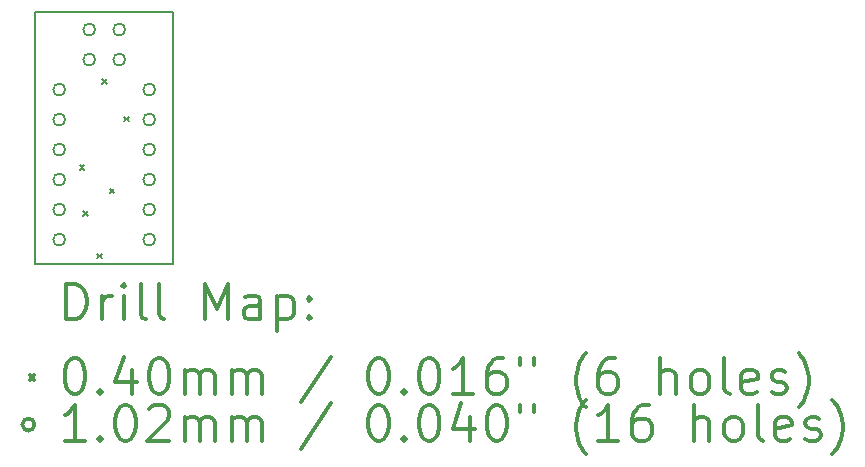
<source format=gbr>
%FSLAX45Y45*%
G04 Gerber Fmt 4.5, Leading zero omitted, Abs format (unit mm)*
G04 Created by KiCad (PCBNEW 4.0.4+e1-6308~48~ubuntu16.04.1-stable) date Thu Oct 27 02:26:13 2016*
%MOMM*%
%LPD*%
G01*
G04 APERTURE LIST*
%ADD10C,0.127000*%
%ADD11C,0.150000*%
%ADD12C,0.200000*%
%ADD13C,0.300000*%
G04 APERTURE END LIST*
D10*
D11*
X23164800Y-8229600D02*
X24333200Y-8229600D01*
X23164800Y-10363200D02*
X23164800Y-8229600D01*
X24333200Y-10363200D02*
X23164800Y-10363200D01*
X24333200Y-8229600D02*
X24333200Y-10363200D01*
D12*
X23540000Y-9530000D02*
X23580000Y-9570000D01*
X23580000Y-9530000D02*
X23540000Y-9570000D01*
X23570000Y-9920000D02*
X23610000Y-9960000D01*
X23610000Y-9920000D02*
X23570000Y-9960000D01*
X23690000Y-10280000D02*
X23730000Y-10320000D01*
X23730000Y-10280000D02*
X23690000Y-10320000D01*
X23730000Y-8800000D02*
X23770000Y-8840000D01*
X23770000Y-8800000D02*
X23730000Y-8840000D01*
X23795000Y-9730000D02*
X23835000Y-9770000D01*
X23835000Y-9730000D02*
X23795000Y-9770000D01*
X23920000Y-9120000D02*
X23960000Y-9160000D01*
X23960000Y-9120000D02*
X23920000Y-9160000D01*
X23418800Y-8890000D02*
G75*
G03X23418800Y-8890000I-50800J0D01*
G01*
X23418800Y-9144000D02*
G75*
G03X23418800Y-9144000I-50800J0D01*
G01*
X23418800Y-9398000D02*
G75*
G03X23418800Y-9398000I-50800J0D01*
G01*
X23418800Y-9652000D02*
G75*
G03X23418800Y-9652000I-50800J0D01*
G01*
X23418800Y-9906000D02*
G75*
G03X23418800Y-9906000I-50800J0D01*
G01*
X23418800Y-10160000D02*
G75*
G03X23418800Y-10160000I-50800J0D01*
G01*
X23672800Y-8382000D02*
G75*
G03X23672800Y-8382000I-50800J0D01*
G01*
X23672800Y-8636000D02*
G75*
G03X23672800Y-8636000I-50800J0D01*
G01*
X23926800Y-8382000D02*
G75*
G03X23926800Y-8382000I-50800J0D01*
G01*
X23926800Y-8636000D02*
G75*
G03X23926800Y-8636000I-50800J0D01*
G01*
X24180800Y-8890000D02*
G75*
G03X24180800Y-8890000I-50800J0D01*
G01*
X24180800Y-9144000D02*
G75*
G03X24180800Y-9144000I-50800J0D01*
G01*
X24180800Y-9398000D02*
G75*
G03X24180800Y-9398000I-50800J0D01*
G01*
X24180800Y-9652000D02*
G75*
G03X24180800Y-9652000I-50800J0D01*
G01*
X24180800Y-9906000D02*
G75*
G03X24180800Y-9906000I-50800J0D01*
G01*
X24180800Y-10160000D02*
G75*
G03X24180800Y-10160000I-50800J0D01*
G01*
D13*
X23428728Y-10836414D02*
X23428728Y-10536414D01*
X23500157Y-10536414D01*
X23543014Y-10550700D01*
X23571586Y-10579272D01*
X23585871Y-10607843D01*
X23600157Y-10664986D01*
X23600157Y-10707843D01*
X23585871Y-10764986D01*
X23571586Y-10793557D01*
X23543014Y-10822129D01*
X23500157Y-10836414D01*
X23428728Y-10836414D01*
X23728728Y-10836414D02*
X23728728Y-10636414D01*
X23728728Y-10693557D02*
X23743014Y-10664986D01*
X23757300Y-10650700D01*
X23785871Y-10636414D01*
X23814443Y-10636414D01*
X23914443Y-10836414D02*
X23914443Y-10636414D01*
X23914443Y-10536414D02*
X23900157Y-10550700D01*
X23914443Y-10564986D01*
X23928728Y-10550700D01*
X23914443Y-10536414D01*
X23914443Y-10564986D01*
X24100157Y-10836414D02*
X24071586Y-10822129D01*
X24057300Y-10793557D01*
X24057300Y-10536414D01*
X24257300Y-10836414D02*
X24228728Y-10822129D01*
X24214443Y-10793557D01*
X24214443Y-10536414D01*
X24600157Y-10836414D02*
X24600157Y-10536414D01*
X24700157Y-10750700D01*
X24800157Y-10536414D01*
X24800157Y-10836414D01*
X25071586Y-10836414D02*
X25071586Y-10679272D01*
X25057300Y-10650700D01*
X25028728Y-10636414D01*
X24971586Y-10636414D01*
X24943014Y-10650700D01*
X25071586Y-10822129D02*
X25043014Y-10836414D01*
X24971586Y-10836414D01*
X24943014Y-10822129D01*
X24928728Y-10793557D01*
X24928728Y-10764986D01*
X24943014Y-10736414D01*
X24971586Y-10722129D01*
X25043014Y-10722129D01*
X25071586Y-10707843D01*
X25214443Y-10636414D02*
X25214443Y-10936414D01*
X25214443Y-10650700D02*
X25243014Y-10636414D01*
X25300157Y-10636414D01*
X25328728Y-10650700D01*
X25343014Y-10664986D01*
X25357300Y-10693557D01*
X25357300Y-10779272D01*
X25343014Y-10807843D01*
X25328728Y-10822129D01*
X25300157Y-10836414D01*
X25243014Y-10836414D01*
X25214443Y-10822129D01*
X25485871Y-10807843D02*
X25500157Y-10822129D01*
X25485871Y-10836414D01*
X25471586Y-10822129D01*
X25485871Y-10807843D01*
X25485871Y-10836414D01*
X25485871Y-10650700D02*
X25500157Y-10664986D01*
X25485871Y-10679272D01*
X25471586Y-10664986D01*
X25485871Y-10650700D01*
X25485871Y-10679272D01*
X23117300Y-11310700D02*
X23157300Y-11350700D01*
X23157300Y-11310700D02*
X23117300Y-11350700D01*
X23485871Y-11166414D02*
X23514443Y-11166414D01*
X23543014Y-11180700D01*
X23557300Y-11194986D01*
X23571586Y-11223557D01*
X23585871Y-11280700D01*
X23585871Y-11352129D01*
X23571586Y-11409271D01*
X23557300Y-11437843D01*
X23543014Y-11452129D01*
X23514443Y-11466414D01*
X23485871Y-11466414D01*
X23457300Y-11452129D01*
X23443014Y-11437843D01*
X23428728Y-11409271D01*
X23414443Y-11352129D01*
X23414443Y-11280700D01*
X23428728Y-11223557D01*
X23443014Y-11194986D01*
X23457300Y-11180700D01*
X23485871Y-11166414D01*
X23714443Y-11437843D02*
X23728728Y-11452129D01*
X23714443Y-11466414D01*
X23700157Y-11452129D01*
X23714443Y-11437843D01*
X23714443Y-11466414D01*
X23985871Y-11266414D02*
X23985871Y-11466414D01*
X23914443Y-11152129D02*
X23843014Y-11366414D01*
X24028728Y-11366414D01*
X24200157Y-11166414D02*
X24228728Y-11166414D01*
X24257300Y-11180700D01*
X24271586Y-11194986D01*
X24285871Y-11223557D01*
X24300157Y-11280700D01*
X24300157Y-11352129D01*
X24285871Y-11409271D01*
X24271586Y-11437843D01*
X24257300Y-11452129D01*
X24228728Y-11466414D01*
X24200157Y-11466414D01*
X24171586Y-11452129D01*
X24157300Y-11437843D01*
X24143014Y-11409271D01*
X24128728Y-11352129D01*
X24128728Y-11280700D01*
X24143014Y-11223557D01*
X24157300Y-11194986D01*
X24171586Y-11180700D01*
X24200157Y-11166414D01*
X24428728Y-11466414D02*
X24428728Y-11266414D01*
X24428728Y-11294986D02*
X24443014Y-11280700D01*
X24471586Y-11266414D01*
X24514443Y-11266414D01*
X24543014Y-11280700D01*
X24557300Y-11309271D01*
X24557300Y-11466414D01*
X24557300Y-11309271D02*
X24571586Y-11280700D01*
X24600157Y-11266414D01*
X24643014Y-11266414D01*
X24671586Y-11280700D01*
X24685871Y-11309271D01*
X24685871Y-11466414D01*
X24828728Y-11466414D02*
X24828728Y-11266414D01*
X24828728Y-11294986D02*
X24843014Y-11280700D01*
X24871586Y-11266414D01*
X24914443Y-11266414D01*
X24943014Y-11280700D01*
X24957300Y-11309271D01*
X24957300Y-11466414D01*
X24957300Y-11309271D02*
X24971586Y-11280700D01*
X25000157Y-11266414D01*
X25043014Y-11266414D01*
X25071586Y-11280700D01*
X25085871Y-11309271D01*
X25085871Y-11466414D01*
X25671586Y-11152129D02*
X25414443Y-11537843D01*
X26057300Y-11166414D02*
X26085871Y-11166414D01*
X26114443Y-11180700D01*
X26128728Y-11194986D01*
X26143014Y-11223557D01*
X26157300Y-11280700D01*
X26157300Y-11352129D01*
X26143014Y-11409271D01*
X26128728Y-11437843D01*
X26114443Y-11452129D01*
X26085871Y-11466414D01*
X26057300Y-11466414D01*
X26028728Y-11452129D01*
X26014443Y-11437843D01*
X26000157Y-11409271D01*
X25985871Y-11352129D01*
X25985871Y-11280700D01*
X26000157Y-11223557D01*
X26014443Y-11194986D01*
X26028728Y-11180700D01*
X26057300Y-11166414D01*
X26285871Y-11437843D02*
X26300157Y-11452129D01*
X26285871Y-11466414D01*
X26271586Y-11452129D01*
X26285871Y-11437843D01*
X26285871Y-11466414D01*
X26485871Y-11166414D02*
X26514443Y-11166414D01*
X26543014Y-11180700D01*
X26557300Y-11194986D01*
X26571585Y-11223557D01*
X26585871Y-11280700D01*
X26585871Y-11352129D01*
X26571585Y-11409271D01*
X26557300Y-11437843D01*
X26543014Y-11452129D01*
X26514443Y-11466414D01*
X26485871Y-11466414D01*
X26457300Y-11452129D01*
X26443014Y-11437843D01*
X26428728Y-11409271D01*
X26414443Y-11352129D01*
X26414443Y-11280700D01*
X26428728Y-11223557D01*
X26443014Y-11194986D01*
X26457300Y-11180700D01*
X26485871Y-11166414D01*
X26871585Y-11466414D02*
X26700157Y-11466414D01*
X26785871Y-11466414D02*
X26785871Y-11166414D01*
X26757300Y-11209271D01*
X26728728Y-11237843D01*
X26700157Y-11252129D01*
X27128728Y-11166414D02*
X27071585Y-11166414D01*
X27043014Y-11180700D01*
X27028728Y-11194986D01*
X27000157Y-11237843D01*
X26985871Y-11294986D01*
X26985871Y-11409271D01*
X27000157Y-11437843D01*
X27014443Y-11452129D01*
X27043014Y-11466414D01*
X27100157Y-11466414D01*
X27128728Y-11452129D01*
X27143014Y-11437843D01*
X27157300Y-11409271D01*
X27157300Y-11337843D01*
X27143014Y-11309271D01*
X27128728Y-11294986D01*
X27100157Y-11280700D01*
X27043014Y-11280700D01*
X27014443Y-11294986D01*
X27000157Y-11309271D01*
X26985871Y-11337843D01*
X27271586Y-11166414D02*
X27271586Y-11223557D01*
X27385871Y-11166414D02*
X27385871Y-11223557D01*
X27828728Y-11580700D02*
X27814443Y-11566414D01*
X27785871Y-11523557D01*
X27771585Y-11494986D01*
X27757300Y-11452129D01*
X27743014Y-11380700D01*
X27743014Y-11323557D01*
X27757300Y-11252129D01*
X27771585Y-11209271D01*
X27785871Y-11180700D01*
X27814443Y-11137843D01*
X27828728Y-11123557D01*
X28071585Y-11166414D02*
X28014443Y-11166414D01*
X27985871Y-11180700D01*
X27971585Y-11194986D01*
X27943014Y-11237843D01*
X27928728Y-11294986D01*
X27928728Y-11409271D01*
X27943014Y-11437843D01*
X27957300Y-11452129D01*
X27985871Y-11466414D01*
X28043014Y-11466414D01*
X28071585Y-11452129D01*
X28085871Y-11437843D01*
X28100157Y-11409271D01*
X28100157Y-11337843D01*
X28085871Y-11309271D01*
X28071585Y-11294986D01*
X28043014Y-11280700D01*
X27985871Y-11280700D01*
X27957300Y-11294986D01*
X27943014Y-11309271D01*
X27928728Y-11337843D01*
X28457300Y-11466414D02*
X28457300Y-11166414D01*
X28585871Y-11466414D02*
X28585871Y-11309271D01*
X28571585Y-11280700D01*
X28543014Y-11266414D01*
X28500157Y-11266414D01*
X28471585Y-11280700D01*
X28457300Y-11294986D01*
X28771585Y-11466414D02*
X28743014Y-11452129D01*
X28728728Y-11437843D01*
X28714443Y-11409271D01*
X28714443Y-11323557D01*
X28728728Y-11294986D01*
X28743014Y-11280700D01*
X28771585Y-11266414D01*
X28814443Y-11266414D01*
X28843014Y-11280700D01*
X28857300Y-11294986D01*
X28871585Y-11323557D01*
X28871585Y-11409271D01*
X28857300Y-11437843D01*
X28843014Y-11452129D01*
X28814443Y-11466414D01*
X28771585Y-11466414D01*
X29043014Y-11466414D02*
X29014443Y-11452129D01*
X29000157Y-11423557D01*
X29000157Y-11166414D01*
X29271586Y-11452129D02*
X29243014Y-11466414D01*
X29185871Y-11466414D01*
X29157300Y-11452129D01*
X29143014Y-11423557D01*
X29143014Y-11309271D01*
X29157300Y-11280700D01*
X29185871Y-11266414D01*
X29243014Y-11266414D01*
X29271586Y-11280700D01*
X29285871Y-11309271D01*
X29285871Y-11337843D01*
X29143014Y-11366414D01*
X29400157Y-11452129D02*
X29428728Y-11466414D01*
X29485871Y-11466414D01*
X29514443Y-11452129D01*
X29528728Y-11423557D01*
X29528728Y-11409271D01*
X29514443Y-11380700D01*
X29485871Y-11366414D01*
X29443014Y-11366414D01*
X29414443Y-11352129D01*
X29400157Y-11323557D01*
X29400157Y-11309271D01*
X29414443Y-11280700D01*
X29443014Y-11266414D01*
X29485871Y-11266414D01*
X29514443Y-11280700D01*
X29628728Y-11580700D02*
X29643014Y-11566414D01*
X29671586Y-11523557D01*
X29685871Y-11494986D01*
X29700157Y-11452129D01*
X29714443Y-11380700D01*
X29714443Y-11323557D01*
X29700157Y-11252129D01*
X29685871Y-11209271D01*
X29671586Y-11180700D01*
X29643014Y-11137843D01*
X29628728Y-11123557D01*
X23157300Y-11726700D02*
G75*
G03X23157300Y-11726700I-50800J0D01*
G01*
X23585871Y-11862414D02*
X23414443Y-11862414D01*
X23500157Y-11862414D02*
X23500157Y-11562414D01*
X23471586Y-11605271D01*
X23443014Y-11633843D01*
X23414443Y-11648129D01*
X23714443Y-11833843D02*
X23728728Y-11848129D01*
X23714443Y-11862414D01*
X23700157Y-11848129D01*
X23714443Y-11833843D01*
X23714443Y-11862414D01*
X23914443Y-11562414D02*
X23943014Y-11562414D01*
X23971586Y-11576700D01*
X23985871Y-11590986D01*
X24000157Y-11619557D01*
X24014443Y-11676700D01*
X24014443Y-11748129D01*
X24000157Y-11805271D01*
X23985871Y-11833843D01*
X23971586Y-11848129D01*
X23943014Y-11862414D01*
X23914443Y-11862414D01*
X23885871Y-11848129D01*
X23871586Y-11833843D01*
X23857300Y-11805271D01*
X23843014Y-11748129D01*
X23843014Y-11676700D01*
X23857300Y-11619557D01*
X23871586Y-11590986D01*
X23885871Y-11576700D01*
X23914443Y-11562414D01*
X24128728Y-11590986D02*
X24143014Y-11576700D01*
X24171586Y-11562414D01*
X24243014Y-11562414D01*
X24271586Y-11576700D01*
X24285871Y-11590986D01*
X24300157Y-11619557D01*
X24300157Y-11648129D01*
X24285871Y-11690986D01*
X24114443Y-11862414D01*
X24300157Y-11862414D01*
X24428728Y-11862414D02*
X24428728Y-11662414D01*
X24428728Y-11690986D02*
X24443014Y-11676700D01*
X24471586Y-11662414D01*
X24514443Y-11662414D01*
X24543014Y-11676700D01*
X24557300Y-11705271D01*
X24557300Y-11862414D01*
X24557300Y-11705271D02*
X24571586Y-11676700D01*
X24600157Y-11662414D01*
X24643014Y-11662414D01*
X24671586Y-11676700D01*
X24685871Y-11705271D01*
X24685871Y-11862414D01*
X24828728Y-11862414D02*
X24828728Y-11662414D01*
X24828728Y-11690986D02*
X24843014Y-11676700D01*
X24871586Y-11662414D01*
X24914443Y-11662414D01*
X24943014Y-11676700D01*
X24957300Y-11705271D01*
X24957300Y-11862414D01*
X24957300Y-11705271D02*
X24971586Y-11676700D01*
X25000157Y-11662414D01*
X25043014Y-11662414D01*
X25071586Y-11676700D01*
X25085871Y-11705271D01*
X25085871Y-11862414D01*
X25671586Y-11548129D02*
X25414443Y-11933843D01*
X26057300Y-11562414D02*
X26085871Y-11562414D01*
X26114443Y-11576700D01*
X26128728Y-11590986D01*
X26143014Y-11619557D01*
X26157300Y-11676700D01*
X26157300Y-11748129D01*
X26143014Y-11805271D01*
X26128728Y-11833843D01*
X26114443Y-11848129D01*
X26085871Y-11862414D01*
X26057300Y-11862414D01*
X26028728Y-11848129D01*
X26014443Y-11833843D01*
X26000157Y-11805271D01*
X25985871Y-11748129D01*
X25985871Y-11676700D01*
X26000157Y-11619557D01*
X26014443Y-11590986D01*
X26028728Y-11576700D01*
X26057300Y-11562414D01*
X26285871Y-11833843D02*
X26300157Y-11848129D01*
X26285871Y-11862414D01*
X26271586Y-11848129D01*
X26285871Y-11833843D01*
X26285871Y-11862414D01*
X26485871Y-11562414D02*
X26514443Y-11562414D01*
X26543014Y-11576700D01*
X26557300Y-11590986D01*
X26571585Y-11619557D01*
X26585871Y-11676700D01*
X26585871Y-11748129D01*
X26571585Y-11805271D01*
X26557300Y-11833843D01*
X26543014Y-11848129D01*
X26514443Y-11862414D01*
X26485871Y-11862414D01*
X26457300Y-11848129D01*
X26443014Y-11833843D01*
X26428728Y-11805271D01*
X26414443Y-11748129D01*
X26414443Y-11676700D01*
X26428728Y-11619557D01*
X26443014Y-11590986D01*
X26457300Y-11576700D01*
X26485871Y-11562414D01*
X26843014Y-11662414D02*
X26843014Y-11862414D01*
X26771585Y-11548129D02*
X26700157Y-11762414D01*
X26885871Y-11762414D01*
X27057300Y-11562414D02*
X27085871Y-11562414D01*
X27114443Y-11576700D01*
X27128728Y-11590986D01*
X27143014Y-11619557D01*
X27157300Y-11676700D01*
X27157300Y-11748129D01*
X27143014Y-11805271D01*
X27128728Y-11833843D01*
X27114443Y-11848129D01*
X27085871Y-11862414D01*
X27057300Y-11862414D01*
X27028728Y-11848129D01*
X27014443Y-11833843D01*
X27000157Y-11805271D01*
X26985871Y-11748129D01*
X26985871Y-11676700D01*
X27000157Y-11619557D01*
X27014443Y-11590986D01*
X27028728Y-11576700D01*
X27057300Y-11562414D01*
X27271586Y-11562414D02*
X27271586Y-11619557D01*
X27385871Y-11562414D02*
X27385871Y-11619557D01*
X27828728Y-11976700D02*
X27814443Y-11962414D01*
X27785871Y-11919557D01*
X27771585Y-11890986D01*
X27757300Y-11848129D01*
X27743014Y-11776700D01*
X27743014Y-11719557D01*
X27757300Y-11648129D01*
X27771585Y-11605271D01*
X27785871Y-11576700D01*
X27814443Y-11533843D01*
X27828728Y-11519557D01*
X28100157Y-11862414D02*
X27928728Y-11862414D01*
X28014443Y-11862414D02*
X28014443Y-11562414D01*
X27985871Y-11605271D01*
X27957300Y-11633843D01*
X27928728Y-11648129D01*
X28357300Y-11562414D02*
X28300157Y-11562414D01*
X28271585Y-11576700D01*
X28257300Y-11590986D01*
X28228728Y-11633843D01*
X28214443Y-11690986D01*
X28214443Y-11805271D01*
X28228728Y-11833843D01*
X28243014Y-11848129D01*
X28271585Y-11862414D01*
X28328728Y-11862414D01*
X28357300Y-11848129D01*
X28371585Y-11833843D01*
X28385871Y-11805271D01*
X28385871Y-11733843D01*
X28371585Y-11705271D01*
X28357300Y-11690986D01*
X28328728Y-11676700D01*
X28271585Y-11676700D01*
X28243014Y-11690986D01*
X28228728Y-11705271D01*
X28214443Y-11733843D01*
X28743014Y-11862414D02*
X28743014Y-11562414D01*
X28871585Y-11862414D02*
X28871585Y-11705271D01*
X28857300Y-11676700D01*
X28828728Y-11662414D01*
X28785871Y-11662414D01*
X28757300Y-11676700D01*
X28743014Y-11690986D01*
X29057300Y-11862414D02*
X29028728Y-11848129D01*
X29014443Y-11833843D01*
X29000157Y-11805271D01*
X29000157Y-11719557D01*
X29014443Y-11690986D01*
X29028728Y-11676700D01*
X29057300Y-11662414D01*
X29100157Y-11662414D01*
X29128728Y-11676700D01*
X29143014Y-11690986D01*
X29157300Y-11719557D01*
X29157300Y-11805271D01*
X29143014Y-11833843D01*
X29128728Y-11848129D01*
X29100157Y-11862414D01*
X29057300Y-11862414D01*
X29328728Y-11862414D02*
X29300157Y-11848129D01*
X29285871Y-11819557D01*
X29285871Y-11562414D01*
X29557300Y-11848129D02*
X29528728Y-11862414D01*
X29471586Y-11862414D01*
X29443014Y-11848129D01*
X29428728Y-11819557D01*
X29428728Y-11705271D01*
X29443014Y-11676700D01*
X29471586Y-11662414D01*
X29528728Y-11662414D01*
X29557300Y-11676700D01*
X29571586Y-11705271D01*
X29571586Y-11733843D01*
X29428728Y-11762414D01*
X29685871Y-11848129D02*
X29714443Y-11862414D01*
X29771586Y-11862414D01*
X29800157Y-11848129D01*
X29814443Y-11819557D01*
X29814443Y-11805271D01*
X29800157Y-11776700D01*
X29771586Y-11762414D01*
X29728728Y-11762414D01*
X29700157Y-11748129D01*
X29685871Y-11719557D01*
X29685871Y-11705271D01*
X29700157Y-11676700D01*
X29728728Y-11662414D01*
X29771586Y-11662414D01*
X29800157Y-11676700D01*
X29914443Y-11976700D02*
X29928728Y-11962414D01*
X29957300Y-11919557D01*
X29971586Y-11890986D01*
X29985871Y-11848129D01*
X30000157Y-11776700D01*
X30000157Y-11719557D01*
X29985871Y-11648129D01*
X29971586Y-11605271D01*
X29957300Y-11576700D01*
X29928728Y-11533843D01*
X29914443Y-11519557D01*
M02*

</source>
